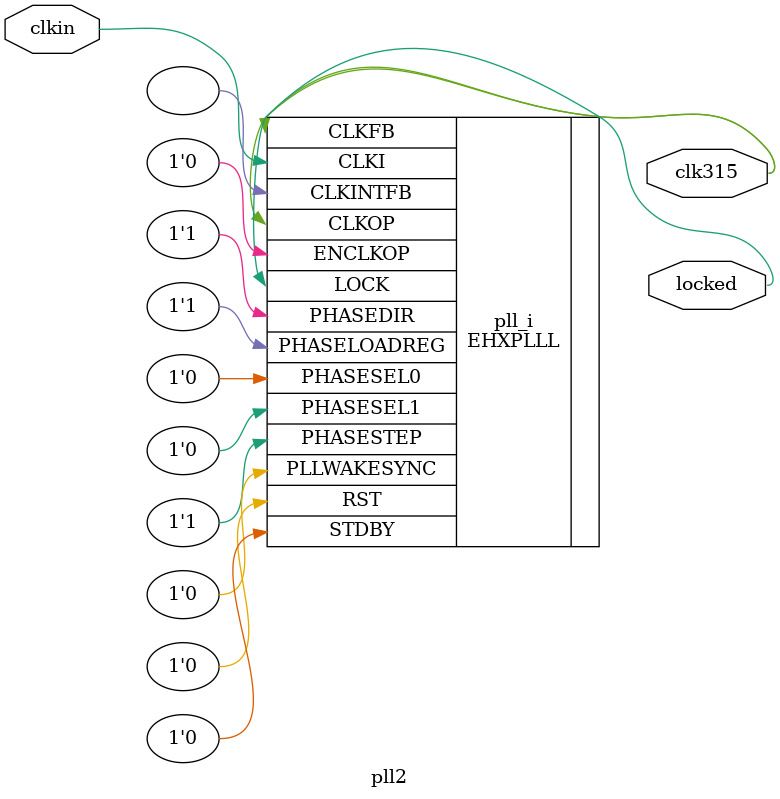
<source format=v>
module pll2
(
    input clkin, // 50 MHz, 0 deg
    output clk315, // 31.25 MHz, 0 deg
    output locked
);
(* FREQUENCY_PIN_CLKI="50" *)
(* FREQUENCY_PIN_CLKOP="31.25" *)
(* ICP_CURRENT="12" *) (* LPF_RESISTOR="8" *) (* MFG_ENABLE_FILTEROPAMP="1" *) (* MFG_GMCREF_SEL="2" *)
EHXPLLL #(
        .PLLRST_ENA("DISABLED"),
        .INTFB_WAKE("DISABLED"),
        .STDBY_ENABLE("DISABLED"),
        .DPHASE_SOURCE("DISABLED"),
        .OUTDIVIDER_MUXA("DIVA"),
        .OUTDIVIDER_MUXB("DIVB"),
        .OUTDIVIDER_MUXC("DIVC"),
        .OUTDIVIDER_MUXD("DIVD"),
        .CLKI_DIV(8),
        .CLKOP_ENABLE("ENABLED"),
        .CLKOP_DIV(19),
        .CLKOP_CPHASE(9),
        .CLKOP_FPHASE(0),
        .FEEDBK_PATH("CLKOP"),
        .CLKFB_DIV(5)
    ) pll_i (
        .RST(1'b0),
        .STDBY(1'b0),
        .CLKI(clkin),
        .CLKOP(clk315),
        .CLKFB(clk315),
        .CLKINTFB(),
        .PHASESEL0(1'b0),
        .PHASESEL1(1'b0),
        .PHASEDIR(1'b1),
        .PHASESTEP(1'b1),
        .PHASELOADREG(1'b1),
        .PLLWAKESYNC(1'b0),
        .ENCLKOP(1'b0),
        .LOCK(locked)
	);
endmodule

</source>
